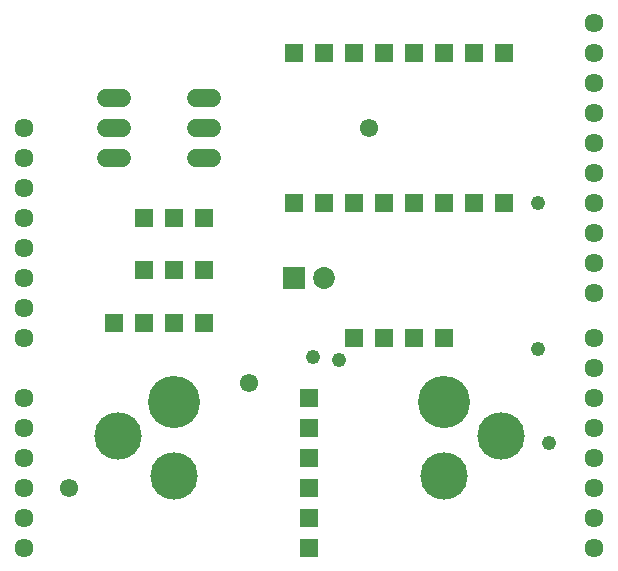
<source format=gts>
G75*
%MOIN*%
%OFA0B0*%
%FSLAX25Y25*%
%IPPOS*%
%LPD*%
%AMOC8*
5,1,8,0,0,1.08239X$1,22.5*
%
%ADD10C,0.06343*%
%ADD11R,0.05950X0.05950*%
%ADD12C,0.17398*%
%ADD13C,0.15824*%
%ADD14C,0.07300*%
%ADD15R,0.07300X0.07300*%
%ADD16C,0.06000*%
%ADD17C,0.06115*%
%ADD18C,0.04800*%
D10*
X0011800Y0011800D03*
X0011800Y0021800D03*
X0011800Y0031800D03*
X0011800Y0041800D03*
X0011800Y0051800D03*
X0011800Y0061800D03*
X0011800Y0081800D03*
X0011800Y0091800D03*
X0011800Y0101800D03*
X0011800Y0111800D03*
X0011800Y0121800D03*
X0011800Y0131800D03*
X0011800Y0141800D03*
X0011800Y0151800D03*
X0201800Y0146800D03*
X0201800Y0136800D03*
X0201800Y0126800D03*
X0201800Y0116800D03*
X0201800Y0106800D03*
X0201800Y0096800D03*
X0201800Y0081800D03*
X0201800Y0071800D03*
X0201800Y0061800D03*
X0201800Y0051800D03*
X0201800Y0041800D03*
X0201800Y0031800D03*
X0201800Y0021800D03*
X0201800Y0011800D03*
X0201800Y0156800D03*
X0201800Y0166800D03*
X0201800Y0176800D03*
X0201800Y0186800D03*
D11*
X0171800Y0176800D03*
X0161800Y0176800D03*
X0151800Y0176800D03*
X0141800Y0176800D03*
X0131800Y0176800D03*
X0121800Y0176800D03*
X0111800Y0176800D03*
X0101800Y0176800D03*
X0101800Y0126800D03*
X0111800Y0126800D03*
X0121800Y0126800D03*
X0131800Y0126800D03*
X0141800Y0126800D03*
X0151800Y0126800D03*
X0161800Y0126800D03*
X0171800Y0126800D03*
X0151800Y0081800D03*
X0141800Y0081800D03*
X0131800Y0081800D03*
X0121800Y0081800D03*
X0106800Y0061800D03*
X0106800Y0051800D03*
X0106800Y0041800D03*
X0106800Y0031800D03*
X0106800Y0021800D03*
X0106800Y0011800D03*
X0071800Y0086800D03*
X0061800Y0086800D03*
X0051800Y0086800D03*
X0041800Y0086800D03*
X0051800Y0104300D03*
X0061800Y0104300D03*
X0071800Y0104300D03*
X0071800Y0121800D03*
X0061800Y0121800D03*
X0051800Y0121800D03*
D12*
X0061800Y0060343D03*
X0151800Y0060343D03*
D13*
X0170698Y0049123D03*
X0151800Y0035737D03*
X0061800Y0035737D03*
X0042902Y0049123D03*
D14*
X0111800Y0101800D03*
D15*
X0101800Y0101800D03*
D16*
X0074400Y0141800D02*
X0069200Y0141800D01*
X0069200Y0151800D02*
X0074400Y0151800D01*
X0074400Y0161800D02*
X0069200Y0161800D01*
X0044400Y0161800D02*
X0039200Y0161800D01*
X0039200Y0151800D02*
X0044400Y0151800D01*
X0044400Y0141800D02*
X0039200Y0141800D01*
D17*
X0086800Y0066800D03*
X0026800Y0031800D03*
X0126800Y0151800D03*
D18*
X0183050Y0126800D03*
X0183050Y0078050D03*
X0186800Y0046800D03*
X0116800Y0074300D03*
X0108050Y0075550D03*
M02*

</source>
